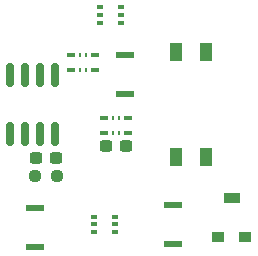
<source format=gbr>
%TF.GenerationSoftware,KiCad,Pcbnew,(6.0.11)*%
%TF.CreationDate,2024-05-16T18:38:15+09:00*%
%TF.ProjectId,active-marker-pcb,61637469-7665-42d6-9d61-726b65722d70,rev?*%
%TF.SameCoordinates,Original*%
%TF.FileFunction,Paste,Top*%
%TF.FilePolarity,Positive*%
%FSLAX46Y46*%
G04 Gerber Fmt 4.6, Leading zero omitted, Abs format (unit mm)*
G04 Created by KiCad (PCBNEW (6.0.11)) date 2024-05-16 18:38:15*
%MOMM*%
%LPD*%
G01*
G04 APERTURE LIST*
G04 Aperture macros list*
%AMRoundRect*
0 Rectangle with rounded corners*
0 $1 Rounding radius*
0 $2 $3 $4 $5 $6 $7 $8 $9 X,Y pos of 4 corners*
0 Add a 4 corners polygon primitive as box body*
4,1,4,$2,$3,$4,$5,$6,$7,$8,$9,$2,$3,0*
0 Add four circle primitives for the rounded corners*
1,1,$1+$1,$2,$3*
1,1,$1+$1,$4,$5*
1,1,$1+$1,$6,$7*
1,1,$1+$1,$8,$9*
0 Add four rect primitives between the rounded corners*
20,1,$1+$1,$2,$3,$4,$5,0*
20,1,$1+$1,$4,$5,$6,$7,0*
20,1,$1+$1,$6,$7,$8,$9,0*
20,1,$1+$1,$8,$9,$2,$3,0*%
G04 Aperture macros list end*
%ADD10R,1.500000X0.550000*%
%ADD11RoundRect,0.237500X-0.300000X-0.237500X0.300000X-0.237500X0.300000X0.237500X-0.300000X0.237500X0*%
%ADD12R,0.711200X0.406400*%
%ADD13R,0.203200X0.406400*%
%ADD14R,0.550000X0.300000*%
%ADD15RoundRect,0.150000X0.150000X-0.825000X0.150000X0.825000X-0.150000X0.825000X-0.150000X-0.825000X0*%
%ADD16RoundRect,0.237500X0.300000X0.237500X-0.300000X0.237500X-0.300000X-0.237500X0.300000X-0.237500X0*%
%ADD17R,1.100000X1.500000*%
%ADD18RoundRect,0.237500X0.250000X0.237500X-0.250000X0.237500X-0.250000X-0.237500X0.250000X-0.237500X0*%
%ADD19R,1.100000X0.900000*%
%ADD20R,1.400000X0.900000*%
G04 APERTURE END LIST*
D10*
%TO.C,SW2*%
X127596000Y-107111000D03*
X127596000Y-110361000D03*
%TD*%
D11*
%TO.C,C8*%
X115977500Y-103148000D03*
X117702500Y-103148000D03*
%TD*%
D12*
%TO.C,RN3*%
X121766700Y-101014400D03*
X121766700Y-99693600D03*
D13*
X122519937Y-101014400D03*
X122519937Y-99693600D03*
X123020063Y-101014400D03*
X123020063Y-99693600D03*
D12*
X123773300Y-101014400D03*
X123773300Y-99693600D03*
%TD*%
D14*
%TO.C,U3*%
X123137000Y-91650000D03*
X123137000Y-91000000D03*
X123137000Y-90350000D03*
X121387000Y-90350000D03*
X121387000Y-91000000D03*
X121387000Y-91650000D03*
%TD*%
D15*
%TO.C,U5*%
X113753000Y-101051000D03*
X115023000Y-101051000D03*
X116293000Y-101051000D03*
X117563000Y-101051000D03*
X117563000Y-96101000D03*
X116293000Y-96101000D03*
X115023000Y-96101000D03*
X113753000Y-96101000D03*
%TD*%
D12*
%TO.C,RN1*%
X120979300Y-94359600D03*
X120979300Y-95680400D03*
D13*
X120226063Y-94359600D03*
X120226063Y-95680400D03*
X119725937Y-94359600D03*
X119725937Y-95680400D03*
D12*
X118972700Y-94359600D03*
X118972700Y-95680400D03*
%TD*%
D10*
%TO.C,SW4*%
X123532000Y-97661000D03*
X123532000Y-94411000D03*
%TD*%
%TO.C,SW3*%
X115912000Y-107365000D03*
X115912000Y-110615000D03*
%TD*%
D16*
%TO.C,C12*%
X123632500Y-102132000D03*
X121907500Y-102132000D03*
%TD*%
D14*
%TO.C,U4*%
X122629000Y-109386000D03*
X122629000Y-108736000D03*
X122629000Y-108086000D03*
X120879000Y-108086000D03*
X120879000Y-108736000D03*
X120879000Y-109386000D03*
%TD*%
D17*
%TO.C,SW1*%
X127850000Y-103026000D03*
X130390000Y-103026000D03*
X130390000Y-94126000D03*
X127850000Y-94126000D03*
%TD*%
D18*
%TO.C,R2*%
X117752500Y-104672000D03*
X115927500Y-104672000D03*
%TD*%
D19*
%TO.C,RV1*%
X133692000Y-109812000D03*
D20*
X132542000Y-106512000D03*
D19*
X131392000Y-109812000D03*
%TD*%
M02*

</source>
